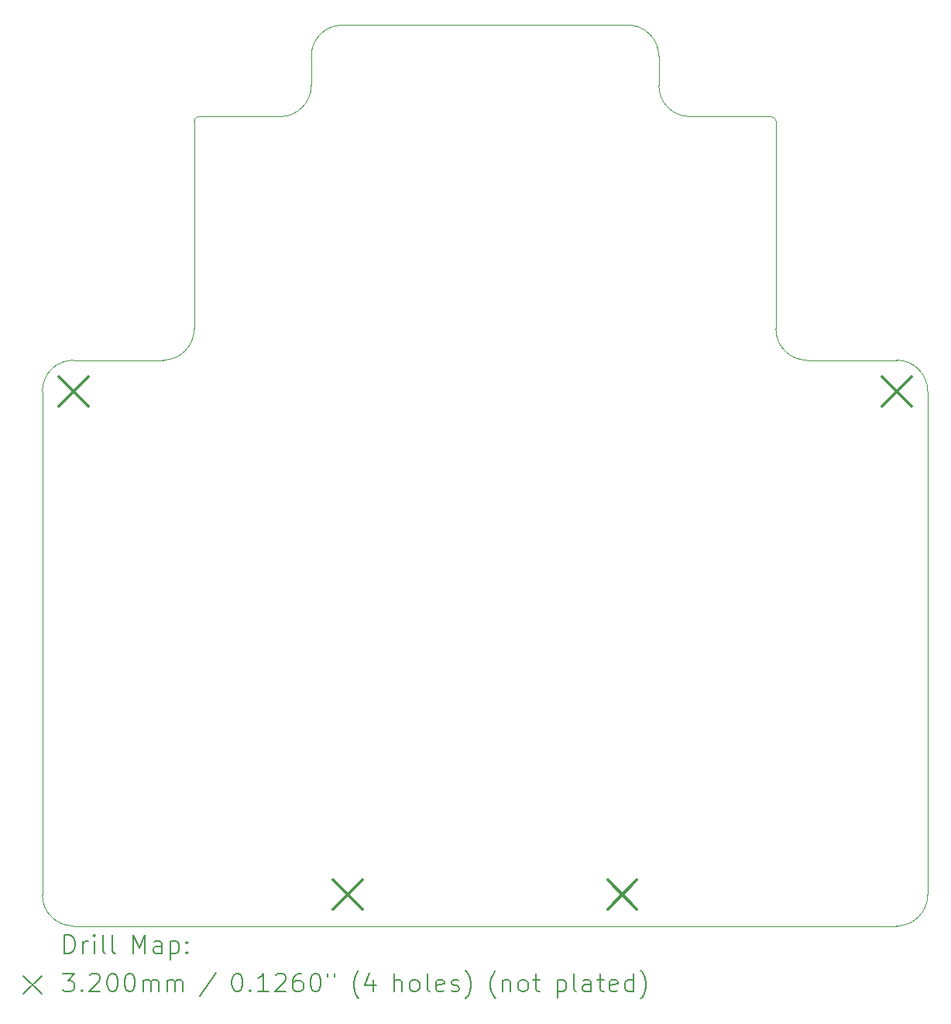
<source format=gbr>
%TF.GenerationSoftware,KiCad,Pcbnew,(7.0.0)*%
%TF.CreationDate,2023-09-27T17:20:04+02:00*%
%TF.ProjectId,Rover_1,526f7665-725f-4312-9e6b-696361645f70,rev?*%
%TF.SameCoordinates,Original*%
%TF.FileFunction,Drillmap*%
%TF.FilePolarity,Positive*%
%FSLAX45Y45*%
G04 Gerber Fmt 4.5, Leading zero omitted, Abs format (unit mm)*
G04 Created by KiCad (PCBNEW (7.0.0)) date 2023-09-27 17:20:04*
%MOMM*%
%LPD*%
G01*
G04 APERTURE LIST*
%ADD10C,0.100000*%
%ADD11C,0.200000*%
%ADD12C,0.320000*%
G04 APERTURE END LIST*
D10*
X11370000Y-7000000D02*
G75*
G03*
X11320000Y-7050000I0J-50000D01*
G01*
X18020000Y-9660000D02*
X19000000Y-9660000D01*
X12940416Y-6000416D02*
G75*
G03*
X12600416Y-6340416I4J-340004D01*
G01*
X9660000Y-15500000D02*
X9660000Y-10000000D01*
X10980000Y-9660000D02*
G75*
G03*
X11320000Y-9320000I0J340000D01*
G01*
X19340000Y-15500000D02*
X19340000Y-10000000D01*
X16740000Y-7000000D02*
X17630000Y-7000000D01*
X17680000Y-7050000D02*
G75*
G03*
X17630000Y-7000000I-50000J0D01*
G01*
X16400000Y-6340000D02*
X16400000Y-6660000D01*
X10000000Y-9660000D02*
G75*
G03*
X9660000Y-10000000I0J-340000D01*
G01*
X10000000Y-9660000D02*
X10980000Y-9660000D01*
X16400000Y-6660000D02*
G75*
G03*
X16740000Y-7000000I340000J0D01*
G01*
X11320000Y-9320000D02*
X11320000Y-7050000D01*
X19340000Y-10000000D02*
G75*
G03*
X19000000Y-9660000I-340000J0D01*
G01*
X16400000Y-6340000D02*
G75*
G03*
X16060000Y-6000000I-340000J0D01*
G01*
X11370000Y-7000000D02*
X12260000Y-7000000D01*
X17680000Y-7050000D02*
X17680000Y-9320000D01*
X12940416Y-6000416D02*
X16060000Y-6000000D01*
X19000000Y-15840000D02*
X10000000Y-15840000D01*
X12600000Y-6660000D02*
X12600416Y-6340416D01*
X19000000Y-15840000D02*
G75*
G03*
X19340000Y-15500000I0J340000D01*
G01*
X17680000Y-9320000D02*
G75*
G03*
X18020000Y-9660000I340000J0D01*
G01*
X9660000Y-15500000D02*
G75*
G03*
X10000000Y-15840000I340000J0D01*
G01*
X12260000Y-7000000D02*
G75*
G03*
X12600000Y-6660000I0J340000D01*
G01*
D11*
D12*
X9840000Y-9840000D02*
X10160000Y-10160000D01*
X10160000Y-9840000D02*
X9840000Y-10160000D01*
X12840000Y-15340000D02*
X13160000Y-15660000D01*
X13160000Y-15340000D02*
X12840000Y-15660000D01*
X15840000Y-15340000D02*
X16160000Y-15660000D01*
X16160000Y-15340000D02*
X15840000Y-15660000D01*
X18840000Y-9840000D02*
X19160000Y-10160000D01*
X19160000Y-9840000D02*
X18840000Y-10160000D01*
D11*
X9902619Y-16138476D02*
X9902619Y-15938476D01*
X9902619Y-15938476D02*
X9950238Y-15938476D01*
X9950238Y-15938476D02*
X9978810Y-15948000D01*
X9978810Y-15948000D02*
X9997857Y-15967048D01*
X9997857Y-15967048D02*
X10007381Y-15986095D01*
X10007381Y-15986095D02*
X10016905Y-16024190D01*
X10016905Y-16024190D02*
X10016905Y-16052762D01*
X10016905Y-16052762D02*
X10007381Y-16090857D01*
X10007381Y-16090857D02*
X9997857Y-16109905D01*
X9997857Y-16109905D02*
X9978810Y-16128952D01*
X9978810Y-16128952D02*
X9950238Y-16138476D01*
X9950238Y-16138476D02*
X9902619Y-16138476D01*
X10102619Y-16138476D02*
X10102619Y-16005143D01*
X10102619Y-16043238D02*
X10112143Y-16024190D01*
X10112143Y-16024190D02*
X10121667Y-16014667D01*
X10121667Y-16014667D02*
X10140714Y-16005143D01*
X10140714Y-16005143D02*
X10159762Y-16005143D01*
X10226429Y-16138476D02*
X10226429Y-16005143D01*
X10226429Y-15938476D02*
X10216905Y-15948000D01*
X10216905Y-15948000D02*
X10226429Y-15957524D01*
X10226429Y-15957524D02*
X10235952Y-15948000D01*
X10235952Y-15948000D02*
X10226429Y-15938476D01*
X10226429Y-15938476D02*
X10226429Y-15957524D01*
X10350238Y-16138476D02*
X10331190Y-16128952D01*
X10331190Y-16128952D02*
X10321667Y-16109905D01*
X10321667Y-16109905D02*
X10321667Y-15938476D01*
X10455000Y-16138476D02*
X10435952Y-16128952D01*
X10435952Y-16128952D02*
X10426429Y-16109905D01*
X10426429Y-16109905D02*
X10426429Y-15938476D01*
X10651190Y-16138476D02*
X10651190Y-15938476D01*
X10651190Y-15938476D02*
X10717857Y-16081333D01*
X10717857Y-16081333D02*
X10784524Y-15938476D01*
X10784524Y-15938476D02*
X10784524Y-16138476D01*
X10965476Y-16138476D02*
X10965476Y-16033714D01*
X10965476Y-16033714D02*
X10955952Y-16014667D01*
X10955952Y-16014667D02*
X10936905Y-16005143D01*
X10936905Y-16005143D02*
X10898809Y-16005143D01*
X10898809Y-16005143D02*
X10879762Y-16014667D01*
X10965476Y-16128952D02*
X10946429Y-16138476D01*
X10946429Y-16138476D02*
X10898809Y-16138476D01*
X10898809Y-16138476D02*
X10879762Y-16128952D01*
X10879762Y-16128952D02*
X10870238Y-16109905D01*
X10870238Y-16109905D02*
X10870238Y-16090857D01*
X10870238Y-16090857D02*
X10879762Y-16071809D01*
X10879762Y-16071809D02*
X10898809Y-16062286D01*
X10898809Y-16062286D02*
X10946429Y-16062286D01*
X10946429Y-16062286D02*
X10965476Y-16052762D01*
X11060714Y-16005143D02*
X11060714Y-16205143D01*
X11060714Y-16014667D02*
X11079762Y-16005143D01*
X11079762Y-16005143D02*
X11117857Y-16005143D01*
X11117857Y-16005143D02*
X11136905Y-16014667D01*
X11136905Y-16014667D02*
X11146429Y-16024190D01*
X11146429Y-16024190D02*
X11155952Y-16043238D01*
X11155952Y-16043238D02*
X11155952Y-16100381D01*
X11155952Y-16100381D02*
X11146429Y-16119428D01*
X11146429Y-16119428D02*
X11136905Y-16128952D01*
X11136905Y-16128952D02*
X11117857Y-16138476D01*
X11117857Y-16138476D02*
X11079762Y-16138476D01*
X11079762Y-16138476D02*
X11060714Y-16128952D01*
X11241667Y-16119428D02*
X11251190Y-16128952D01*
X11251190Y-16128952D02*
X11241667Y-16138476D01*
X11241667Y-16138476D02*
X11232143Y-16128952D01*
X11232143Y-16128952D02*
X11241667Y-16119428D01*
X11241667Y-16119428D02*
X11241667Y-16138476D01*
X11241667Y-16014667D02*
X11251190Y-16024190D01*
X11251190Y-16024190D02*
X11241667Y-16033714D01*
X11241667Y-16033714D02*
X11232143Y-16024190D01*
X11232143Y-16024190D02*
X11241667Y-16014667D01*
X11241667Y-16014667D02*
X11241667Y-16033714D01*
X9455000Y-16385000D02*
X9655000Y-16585000D01*
X9655000Y-16385000D02*
X9455000Y-16585000D01*
X9883571Y-16358476D02*
X10007381Y-16358476D01*
X10007381Y-16358476D02*
X9940714Y-16434667D01*
X9940714Y-16434667D02*
X9969286Y-16434667D01*
X9969286Y-16434667D02*
X9988333Y-16444190D01*
X9988333Y-16444190D02*
X9997857Y-16453714D01*
X9997857Y-16453714D02*
X10007381Y-16472762D01*
X10007381Y-16472762D02*
X10007381Y-16520381D01*
X10007381Y-16520381D02*
X9997857Y-16539428D01*
X9997857Y-16539428D02*
X9988333Y-16548952D01*
X9988333Y-16548952D02*
X9969286Y-16558476D01*
X9969286Y-16558476D02*
X9912143Y-16558476D01*
X9912143Y-16558476D02*
X9893095Y-16548952D01*
X9893095Y-16548952D02*
X9883571Y-16539428D01*
X10093095Y-16539428D02*
X10102619Y-16548952D01*
X10102619Y-16548952D02*
X10093095Y-16558476D01*
X10093095Y-16558476D02*
X10083571Y-16548952D01*
X10083571Y-16548952D02*
X10093095Y-16539428D01*
X10093095Y-16539428D02*
X10093095Y-16558476D01*
X10178810Y-16377524D02*
X10188333Y-16368000D01*
X10188333Y-16368000D02*
X10207381Y-16358476D01*
X10207381Y-16358476D02*
X10255000Y-16358476D01*
X10255000Y-16358476D02*
X10274048Y-16368000D01*
X10274048Y-16368000D02*
X10283571Y-16377524D01*
X10283571Y-16377524D02*
X10293095Y-16396571D01*
X10293095Y-16396571D02*
X10293095Y-16415619D01*
X10293095Y-16415619D02*
X10283571Y-16444190D01*
X10283571Y-16444190D02*
X10169286Y-16558476D01*
X10169286Y-16558476D02*
X10293095Y-16558476D01*
X10416905Y-16358476D02*
X10435952Y-16358476D01*
X10435952Y-16358476D02*
X10455000Y-16368000D01*
X10455000Y-16368000D02*
X10464524Y-16377524D01*
X10464524Y-16377524D02*
X10474048Y-16396571D01*
X10474048Y-16396571D02*
X10483571Y-16434667D01*
X10483571Y-16434667D02*
X10483571Y-16482286D01*
X10483571Y-16482286D02*
X10474048Y-16520381D01*
X10474048Y-16520381D02*
X10464524Y-16539428D01*
X10464524Y-16539428D02*
X10455000Y-16548952D01*
X10455000Y-16548952D02*
X10435952Y-16558476D01*
X10435952Y-16558476D02*
X10416905Y-16558476D01*
X10416905Y-16558476D02*
X10397857Y-16548952D01*
X10397857Y-16548952D02*
X10388333Y-16539428D01*
X10388333Y-16539428D02*
X10378810Y-16520381D01*
X10378810Y-16520381D02*
X10369286Y-16482286D01*
X10369286Y-16482286D02*
X10369286Y-16434667D01*
X10369286Y-16434667D02*
X10378810Y-16396571D01*
X10378810Y-16396571D02*
X10388333Y-16377524D01*
X10388333Y-16377524D02*
X10397857Y-16368000D01*
X10397857Y-16368000D02*
X10416905Y-16358476D01*
X10607381Y-16358476D02*
X10626429Y-16358476D01*
X10626429Y-16358476D02*
X10645476Y-16368000D01*
X10645476Y-16368000D02*
X10655000Y-16377524D01*
X10655000Y-16377524D02*
X10664524Y-16396571D01*
X10664524Y-16396571D02*
X10674048Y-16434667D01*
X10674048Y-16434667D02*
X10674048Y-16482286D01*
X10674048Y-16482286D02*
X10664524Y-16520381D01*
X10664524Y-16520381D02*
X10655000Y-16539428D01*
X10655000Y-16539428D02*
X10645476Y-16548952D01*
X10645476Y-16548952D02*
X10626429Y-16558476D01*
X10626429Y-16558476D02*
X10607381Y-16558476D01*
X10607381Y-16558476D02*
X10588333Y-16548952D01*
X10588333Y-16548952D02*
X10578810Y-16539428D01*
X10578810Y-16539428D02*
X10569286Y-16520381D01*
X10569286Y-16520381D02*
X10559762Y-16482286D01*
X10559762Y-16482286D02*
X10559762Y-16434667D01*
X10559762Y-16434667D02*
X10569286Y-16396571D01*
X10569286Y-16396571D02*
X10578810Y-16377524D01*
X10578810Y-16377524D02*
X10588333Y-16368000D01*
X10588333Y-16368000D02*
X10607381Y-16358476D01*
X10759762Y-16558476D02*
X10759762Y-16425143D01*
X10759762Y-16444190D02*
X10769286Y-16434667D01*
X10769286Y-16434667D02*
X10788333Y-16425143D01*
X10788333Y-16425143D02*
X10816905Y-16425143D01*
X10816905Y-16425143D02*
X10835952Y-16434667D01*
X10835952Y-16434667D02*
X10845476Y-16453714D01*
X10845476Y-16453714D02*
X10845476Y-16558476D01*
X10845476Y-16453714D02*
X10855000Y-16434667D01*
X10855000Y-16434667D02*
X10874048Y-16425143D01*
X10874048Y-16425143D02*
X10902619Y-16425143D01*
X10902619Y-16425143D02*
X10921667Y-16434667D01*
X10921667Y-16434667D02*
X10931191Y-16453714D01*
X10931191Y-16453714D02*
X10931191Y-16558476D01*
X11026429Y-16558476D02*
X11026429Y-16425143D01*
X11026429Y-16444190D02*
X11035952Y-16434667D01*
X11035952Y-16434667D02*
X11055000Y-16425143D01*
X11055000Y-16425143D02*
X11083572Y-16425143D01*
X11083572Y-16425143D02*
X11102619Y-16434667D01*
X11102619Y-16434667D02*
X11112143Y-16453714D01*
X11112143Y-16453714D02*
X11112143Y-16558476D01*
X11112143Y-16453714D02*
X11121667Y-16434667D01*
X11121667Y-16434667D02*
X11140714Y-16425143D01*
X11140714Y-16425143D02*
X11169286Y-16425143D01*
X11169286Y-16425143D02*
X11188333Y-16434667D01*
X11188333Y-16434667D02*
X11197857Y-16453714D01*
X11197857Y-16453714D02*
X11197857Y-16558476D01*
X11555952Y-16348952D02*
X11384524Y-16606095D01*
X11780714Y-16358476D02*
X11799762Y-16358476D01*
X11799762Y-16358476D02*
X11818810Y-16368000D01*
X11818810Y-16368000D02*
X11828333Y-16377524D01*
X11828333Y-16377524D02*
X11837857Y-16396571D01*
X11837857Y-16396571D02*
X11847381Y-16434667D01*
X11847381Y-16434667D02*
X11847381Y-16482286D01*
X11847381Y-16482286D02*
X11837857Y-16520381D01*
X11837857Y-16520381D02*
X11828333Y-16539428D01*
X11828333Y-16539428D02*
X11818810Y-16548952D01*
X11818810Y-16548952D02*
X11799762Y-16558476D01*
X11799762Y-16558476D02*
X11780714Y-16558476D01*
X11780714Y-16558476D02*
X11761667Y-16548952D01*
X11761667Y-16548952D02*
X11752143Y-16539428D01*
X11752143Y-16539428D02*
X11742619Y-16520381D01*
X11742619Y-16520381D02*
X11733095Y-16482286D01*
X11733095Y-16482286D02*
X11733095Y-16434667D01*
X11733095Y-16434667D02*
X11742619Y-16396571D01*
X11742619Y-16396571D02*
X11752143Y-16377524D01*
X11752143Y-16377524D02*
X11761667Y-16368000D01*
X11761667Y-16368000D02*
X11780714Y-16358476D01*
X11933095Y-16539428D02*
X11942619Y-16548952D01*
X11942619Y-16548952D02*
X11933095Y-16558476D01*
X11933095Y-16558476D02*
X11923571Y-16548952D01*
X11923571Y-16548952D02*
X11933095Y-16539428D01*
X11933095Y-16539428D02*
X11933095Y-16558476D01*
X12133095Y-16558476D02*
X12018810Y-16558476D01*
X12075952Y-16558476D02*
X12075952Y-16358476D01*
X12075952Y-16358476D02*
X12056905Y-16387048D01*
X12056905Y-16387048D02*
X12037857Y-16406095D01*
X12037857Y-16406095D02*
X12018810Y-16415619D01*
X12209286Y-16377524D02*
X12218810Y-16368000D01*
X12218810Y-16368000D02*
X12237857Y-16358476D01*
X12237857Y-16358476D02*
X12285476Y-16358476D01*
X12285476Y-16358476D02*
X12304524Y-16368000D01*
X12304524Y-16368000D02*
X12314048Y-16377524D01*
X12314048Y-16377524D02*
X12323571Y-16396571D01*
X12323571Y-16396571D02*
X12323571Y-16415619D01*
X12323571Y-16415619D02*
X12314048Y-16444190D01*
X12314048Y-16444190D02*
X12199762Y-16558476D01*
X12199762Y-16558476D02*
X12323571Y-16558476D01*
X12495000Y-16358476D02*
X12456905Y-16358476D01*
X12456905Y-16358476D02*
X12437857Y-16368000D01*
X12437857Y-16368000D02*
X12428333Y-16377524D01*
X12428333Y-16377524D02*
X12409286Y-16406095D01*
X12409286Y-16406095D02*
X12399762Y-16444190D01*
X12399762Y-16444190D02*
X12399762Y-16520381D01*
X12399762Y-16520381D02*
X12409286Y-16539428D01*
X12409286Y-16539428D02*
X12418810Y-16548952D01*
X12418810Y-16548952D02*
X12437857Y-16558476D01*
X12437857Y-16558476D02*
X12475952Y-16558476D01*
X12475952Y-16558476D02*
X12495000Y-16548952D01*
X12495000Y-16548952D02*
X12504524Y-16539428D01*
X12504524Y-16539428D02*
X12514048Y-16520381D01*
X12514048Y-16520381D02*
X12514048Y-16472762D01*
X12514048Y-16472762D02*
X12504524Y-16453714D01*
X12504524Y-16453714D02*
X12495000Y-16444190D01*
X12495000Y-16444190D02*
X12475952Y-16434667D01*
X12475952Y-16434667D02*
X12437857Y-16434667D01*
X12437857Y-16434667D02*
X12418810Y-16444190D01*
X12418810Y-16444190D02*
X12409286Y-16453714D01*
X12409286Y-16453714D02*
X12399762Y-16472762D01*
X12637857Y-16358476D02*
X12656905Y-16358476D01*
X12656905Y-16358476D02*
X12675952Y-16368000D01*
X12675952Y-16368000D02*
X12685476Y-16377524D01*
X12685476Y-16377524D02*
X12695000Y-16396571D01*
X12695000Y-16396571D02*
X12704524Y-16434667D01*
X12704524Y-16434667D02*
X12704524Y-16482286D01*
X12704524Y-16482286D02*
X12695000Y-16520381D01*
X12695000Y-16520381D02*
X12685476Y-16539428D01*
X12685476Y-16539428D02*
X12675952Y-16548952D01*
X12675952Y-16548952D02*
X12656905Y-16558476D01*
X12656905Y-16558476D02*
X12637857Y-16558476D01*
X12637857Y-16558476D02*
X12618810Y-16548952D01*
X12618810Y-16548952D02*
X12609286Y-16539428D01*
X12609286Y-16539428D02*
X12599762Y-16520381D01*
X12599762Y-16520381D02*
X12590238Y-16482286D01*
X12590238Y-16482286D02*
X12590238Y-16434667D01*
X12590238Y-16434667D02*
X12599762Y-16396571D01*
X12599762Y-16396571D02*
X12609286Y-16377524D01*
X12609286Y-16377524D02*
X12618810Y-16368000D01*
X12618810Y-16368000D02*
X12637857Y-16358476D01*
X12780714Y-16358476D02*
X12780714Y-16396571D01*
X12856905Y-16358476D02*
X12856905Y-16396571D01*
X13119762Y-16634667D02*
X13110238Y-16625143D01*
X13110238Y-16625143D02*
X13091191Y-16596571D01*
X13091191Y-16596571D02*
X13081667Y-16577524D01*
X13081667Y-16577524D02*
X13072143Y-16548952D01*
X13072143Y-16548952D02*
X13062619Y-16501333D01*
X13062619Y-16501333D02*
X13062619Y-16463238D01*
X13062619Y-16463238D02*
X13072143Y-16415619D01*
X13072143Y-16415619D02*
X13081667Y-16387048D01*
X13081667Y-16387048D02*
X13091191Y-16368000D01*
X13091191Y-16368000D02*
X13110238Y-16339428D01*
X13110238Y-16339428D02*
X13119762Y-16329905D01*
X13281667Y-16425143D02*
X13281667Y-16558476D01*
X13234048Y-16348952D02*
X13186429Y-16491809D01*
X13186429Y-16491809D02*
X13310238Y-16491809D01*
X13506429Y-16558476D02*
X13506429Y-16358476D01*
X13592143Y-16558476D02*
X13592143Y-16453714D01*
X13592143Y-16453714D02*
X13582619Y-16434667D01*
X13582619Y-16434667D02*
X13563572Y-16425143D01*
X13563572Y-16425143D02*
X13535000Y-16425143D01*
X13535000Y-16425143D02*
X13515952Y-16434667D01*
X13515952Y-16434667D02*
X13506429Y-16444190D01*
X13715952Y-16558476D02*
X13696905Y-16548952D01*
X13696905Y-16548952D02*
X13687381Y-16539428D01*
X13687381Y-16539428D02*
X13677857Y-16520381D01*
X13677857Y-16520381D02*
X13677857Y-16463238D01*
X13677857Y-16463238D02*
X13687381Y-16444190D01*
X13687381Y-16444190D02*
X13696905Y-16434667D01*
X13696905Y-16434667D02*
X13715952Y-16425143D01*
X13715952Y-16425143D02*
X13744524Y-16425143D01*
X13744524Y-16425143D02*
X13763572Y-16434667D01*
X13763572Y-16434667D02*
X13773095Y-16444190D01*
X13773095Y-16444190D02*
X13782619Y-16463238D01*
X13782619Y-16463238D02*
X13782619Y-16520381D01*
X13782619Y-16520381D02*
X13773095Y-16539428D01*
X13773095Y-16539428D02*
X13763572Y-16548952D01*
X13763572Y-16548952D02*
X13744524Y-16558476D01*
X13744524Y-16558476D02*
X13715952Y-16558476D01*
X13896905Y-16558476D02*
X13877857Y-16548952D01*
X13877857Y-16548952D02*
X13868333Y-16529905D01*
X13868333Y-16529905D02*
X13868333Y-16358476D01*
X14049286Y-16548952D02*
X14030238Y-16558476D01*
X14030238Y-16558476D02*
X13992143Y-16558476D01*
X13992143Y-16558476D02*
X13973095Y-16548952D01*
X13973095Y-16548952D02*
X13963572Y-16529905D01*
X13963572Y-16529905D02*
X13963572Y-16453714D01*
X13963572Y-16453714D02*
X13973095Y-16434667D01*
X13973095Y-16434667D02*
X13992143Y-16425143D01*
X13992143Y-16425143D02*
X14030238Y-16425143D01*
X14030238Y-16425143D02*
X14049286Y-16434667D01*
X14049286Y-16434667D02*
X14058810Y-16453714D01*
X14058810Y-16453714D02*
X14058810Y-16472762D01*
X14058810Y-16472762D02*
X13963572Y-16491809D01*
X14135000Y-16548952D02*
X14154048Y-16558476D01*
X14154048Y-16558476D02*
X14192143Y-16558476D01*
X14192143Y-16558476D02*
X14211191Y-16548952D01*
X14211191Y-16548952D02*
X14220714Y-16529905D01*
X14220714Y-16529905D02*
X14220714Y-16520381D01*
X14220714Y-16520381D02*
X14211191Y-16501333D01*
X14211191Y-16501333D02*
X14192143Y-16491809D01*
X14192143Y-16491809D02*
X14163572Y-16491809D01*
X14163572Y-16491809D02*
X14144524Y-16482286D01*
X14144524Y-16482286D02*
X14135000Y-16463238D01*
X14135000Y-16463238D02*
X14135000Y-16453714D01*
X14135000Y-16453714D02*
X14144524Y-16434667D01*
X14144524Y-16434667D02*
X14163572Y-16425143D01*
X14163572Y-16425143D02*
X14192143Y-16425143D01*
X14192143Y-16425143D02*
X14211191Y-16434667D01*
X14287381Y-16634667D02*
X14296905Y-16625143D01*
X14296905Y-16625143D02*
X14315953Y-16596571D01*
X14315953Y-16596571D02*
X14325476Y-16577524D01*
X14325476Y-16577524D02*
X14335000Y-16548952D01*
X14335000Y-16548952D02*
X14344524Y-16501333D01*
X14344524Y-16501333D02*
X14344524Y-16463238D01*
X14344524Y-16463238D02*
X14335000Y-16415619D01*
X14335000Y-16415619D02*
X14325476Y-16387048D01*
X14325476Y-16387048D02*
X14315953Y-16368000D01*
X14315953Y-16368000D02*
X14296905Y-16339428D01*
X14296905Y-16339428D02*
X14287381Y-16329905D01*
X14616905Y-16634667D02*
X14607381Y-16625143D01*
X14607381Y-16625143D02*
X14588333Y-16596571D01*
X14588333Y-16596571D02*
X14578810Y-16577524D01*
X14578810Y-16577524D02*
X14569286Y-16548952D01*
X14569286Y-16548952D02*
X14559762Y-16501333D01*
X14559762Y-16501333D02*
X14559762Y-16463238D01*
X14559762Y-16463238D02*
X14569286Y-16415619D01*
X14569286Y-16415619D02*
X14578810Y-16387048D01*
X14578810Y-16387048D02*
X14588333Y-16368000D01*
X14588333Y-16368000D02*
X14607381Y-16339428D01*
X14607381Y-16339428D02*
X14616905Y-16329905D01*
X14693095Y-16425143D02*
X14693095Y-16558476D01*
X14693095Y-16444190D02*
X14702619Y-16434667D01*
X14702619Y-16434667D02*
X14721667Y-16425143D01*
X14721667Y-16425143D02*
X14750238Y-16425143D01*
X14750238Y-16425143D02*
X14769286Y-16434667D01*
X14769286Y-16434667D02*
X14778810Y-16453714D01*
X14778810Y-16453714D02*
X14778810Y-16558476D01*
X14902619Y-16558476D02*
X14883572Y-16548952D01*
X14883572Y-16548952D02*
X14874048Y-16539428D01*
X14874048Y-16539428D02*
X14864524Y-16520381D01*
X14864524Y-16520381D02*
X14864524Y-16463238D01*
X14864524Y-16463238D02*
X14874048Y-16444190D01*
X14874048Y-16444190D02*
X14883572Y-16434667D01*
X14883572Y-16434667D02*
X14902619Y-16425143D01*
X14902619Y-16425143D02*
X14931191Y-16425143D01*
X14931191Y-16425143D02*
X14950238Y-16434667D01*
X14950238Y-16434667D02*
X14959762Y-16444190D01*
X14959762Y-16444190D02*
X14969286Y-16463238D01*
X14969286Y-16463238D02*
X14969286Y-16520381D01*
X14969286Y-16520381D02*
X14959762Y-16539428D01*
X14959762Y-16539428D02*
X14950238Y-16548952D01*
X14950238Y-16548952D02*
X14931191Y-16558476D01*
X14931191Y-16558476D02*
X14902619Y-16558476D01*
X15026429Y-16425143D02*
X15102619Y-16425143D01*
X15055000Y-16358476D02*
X15055000Y-16529905D01*
X15055000Y-16529905D02*
X15064524Y-16548952D01*
X15064524Y-16548952D02*
X15083572Y-16558476D01*
X15083572Y-16558476D02*
X15102619Y-16558476D01*
X15289286Y-16425143D02*
X15289286Y-16625143D01*
X15289286Y-16434667D02*
X15308333Y-16425143D01*
X15308333Y-16425143D02*
X15346429Y-16425143D01*
X15346429Y-16425143D02*
X15365476Y-16434667D01*
X15365476Y-16434667D02*
X15375000Y-16444190D01*
X15375000Y-16444190D02*
X15384524Y-16463238D01*
X15384524Y-16463238D02*
X15384524Y-16520381D01*
X15384524Y-16520381D02*
X15375000Y-16539428D01*
X15375000Y-16539428D02*
X15365476Y-16548952D01*
X15365476Y-16548952D02*
X15346429Y-16558476D01*
X15346429Y-16558476D02*
X15308333Y-16558476D01*
X15308333Y-16558476D02*
X15289286Y-16548952D01*
X15498810Y-16558476D02*
X15479762Y-16548952D01*
X15479762Y-16548952D02*
X15470238Y-16529905D01*
X15470238Y-16529905D02*
X15470238Y-16358476D01*
X15660714Y-16558476D02*
X15660714Y-16453714D01*
X15660714Y-16453714D02*
X15651191Y-16434667D01*
X15651191Y-16434667D02*
X15632143Y-16425143D01*
X15632143Y-16425143D02*
X15594048Y-16425143D01*
X15594048Y-16425143D02*
X15575000Y-16434667D01*
X15660714Y-16548952D02*
X15641667Y-16558476D01*
X15641667Y-16558476D02*
X15594048Y-16558476D01*
X15594048Y-16558476D02*
X15575000Y-16548952D01*
X15575000Y-16548952D02*
X15565476Y-16529905D01*
X15565476Y-16529905D02*
X15565476Y-16510857D01*
X15565476Y-16510857D02*
X15575000Y-16491809D01*
X15575000Y-16491809D02*
X15594048Y-16482286D01*
X15594048Y-16482286D02*
X15641667Y-16482286D01*
X15641667Y-16482286D02*
X15660714Y-16472762D01*
X15727381Y-16425143D02*
X15803572Y-16425143D01*
X15755953Y-16358476D02*
X15755953Y-16529905D01*
X15755953Y-16529905D02*
X15765476Y-16548952D01*
X15765476Y-16548952D02*
X15784524Y-16558476D01*
X15784524Y-16558476D02*
X15803572Y-16558476D01*
X15946429Y-16548952D02*
X15927381Y-16558476D01*
X15927381Y-16558476D02*
X15889286Y-16558476D01*
X15889286Y-16558476D02*
X15870238Y-16548952D01*
X15870238Y-16548952D02*
X15860714Y-16529905D01*
X15860714Y-16529905D02*
X15860714Y-16453714D01*
X15860714Y-16453714D02*
X15870238Y-16434667D01*
X15870238Y-16434667D02*
X15889286Y-16425143D01*
X15889286Y-16425143D02*
X15927381Y-16425143D01*
X15927381Y-16425143D02*
X15946429Y-16434667D01*
X15946429Y-16434667D02*
X15955953Y-16453714D01*
X15955953Y-16453714D02*
X15955953Y-16472762D01*
X15955953Y-16472762D02*
X15860714Y-16491809D01*
X16127381Y-16558476D02*
X16127381Y-16358476D01*
X16127381Y-16548952D02*
X16108334Y-16558476D01*
X16108334Y-16558476D02*
X16070238Y-16558476D01*
X16070238Y-16558476D02*
X16051191Y-16548952D01*
X16051191Y-16548952D02*
X16041667Y-16539428D01*
X16041667Y-16539428D02*
X16032143Y-16520381D01*
X16032143Y-16520381D02*
X16032143Y-16463238D01*
X16032143Y-16463238D02*
X16041667Y-16444190D01*
X16041667Y-16444190D02*
X16051191Y-16434667D01*
X16051191Y-16434667D02*
X16070238Y-16425143D01*
X16070238Y-16425143D02*
X16108334Y-16425143D01*
X16108334Y-16425143D02*
X16127381Y-16434667D01*
X16203572Y-16634667D02*
X16213095Y-16625143D01*
X16213095Y-16625143D02*
X16232143Y-16596571D01*
X16232143Y-16596571D02*
X16241667Y-16577524D01*
X16241667Y-16577524D02*
X16251191Y-16548952D01*
X16251191Y-16548952D02*
X16260714Y-16501333D01*
X16260714Y-16501333D02*
X16260714Y-16463238D01*
X16260714Y-16463238D02*
X16251191Y-16415619D01*
X16251191Y-16415619D02*
X16241667Y-16387048D01*
X16241667Y-16387048D02*
X16232143Y-16368000D01*
X16232143Y-16368000D02*
X16213095Y-16339428D01*
X16213095Y-16339428D02*
X16203572Y-16329905D01*
M02*

</source>
